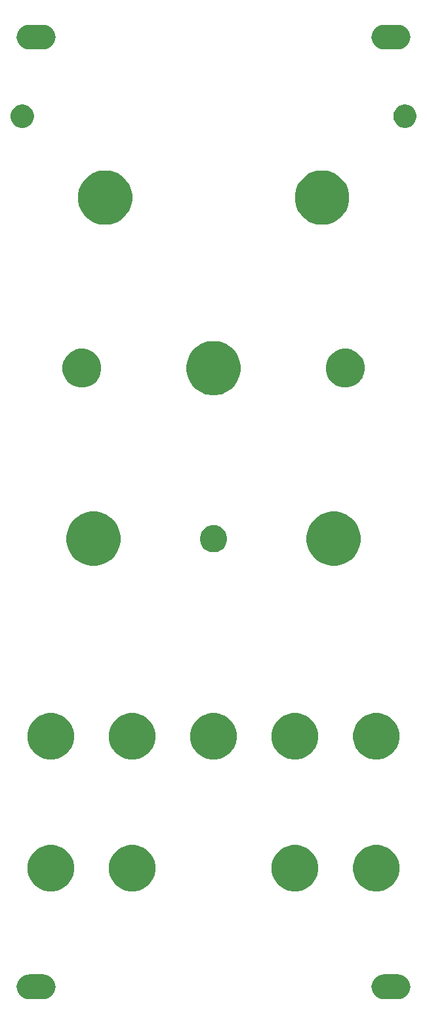
<source format=gbr>
G04 #@! TF.GenerationSoftware,KiCad,Pcbnew,(5.1.5)-3*
G04 #@! TF.CreationDate,2020-10-12T14:37:53+01:00*
G04 #@! TF.ProjectId,Retrospector_Panel,52657472-6f73-4706-9563-746f725f5061,rev?*
G04 #@! TF.SameCoordinates,Original*
G04 #@! TF.FileFunction,Soldermask,Top*
G04 #@! TF.FilePolarity,Negative*
%FSLAX46Y46*%
G04 Gerber Fmt 4.6, Leading zero omitted, Abs format (unit mm)*
G04 Created by KiCad (PCBNEW (5.1.5)-3) date 2020-10-12 14:37:53*
%MOMM*%
%LPD*%
G04 APERTURE LIST*
%ADD10C,0.100000*%
G04 APERTURE END LIST*
D10*
G36*
X108156950Y-164707717D02*
G01*
X108313655Y-164723151D01*
X108615256Y-164814641D01*
X108615258Y-164814642D01*
X108893213Y-164963211D01*
X109136845Y-165163155D01*
X109336789Y-165406787D01*
X109485358Y-165684742D01*
X109485359Y-165684744D01*
X109576849Y-165986345D01*
X109607741Y-166300000D01*
X109576849Y-166613655D01*
X109485359Y-166915256D01*
X109485358Y-166915258D01*
X109336789Y-167193213D01*
X109136845Y-167436845D01*
X108893213Y-167636789D01*
X108615258Y-167785358D01*
X108615256Y-167785359D01*
X108313655Y-167876849D01*
X108156950Y-167892283D01*
X108078598Y-167900000D01*
X106121402Y-167900000D01*
X106043050Y-167892283D01*
X105886345Y-167876849D01*
X105584744Y-167785359D01*
X105584742Y-167785358D01*
X105306787Y-167636789D01*
X105063155Y-167436845D01*
X104863211Y-167193213D01*
X104714642Y-166915258D01*
X104714641Y-166915256D01*
X104623151Y-166613655D01*
X104592259Y-166300000D01*
X104623151Y-165986345D01*
X104714641Y-165684744D01*
X104714642Y-165684742D01*
X104863211Y-165406787D01*
X105063155Y-165163155D01*
X105306787Y-164963211D01*
X105584742Y-164814642D01*
X105584744Y-164814641D01*
X105886345Y-164723151D01*
X106043050Y-164707717D01*
X106121402Y-164700000D01*
X108078598Y-164700000D01*
X108156950Y-164707717D01*
G37*
G36*
X153956950Y-164707717D02*
G01*
X154113655Y-164723151D01*
X154415256Y-164814641D01*
X154415258Y-164814642D01*
X154693213Y-164963211D01*
X154936845Y-165163155D01*
X155136789Y-165406787D01*
X155285358Y-165684742D01*
X155285359Y-165684744D01*
X155376849Y-165986345D01*
X155407741Y-166300000D01*
X155376849Y-166613655D01*
X155285359Y-166915256D01*
X155285358Y-166915258D01*
X155136789Y-167193213D01*
X154936845Y-167436845D01*
X154693213Y-167636789D01*
X154415258Y-167785358D01*
X154415256Y-167785359D01*
X154113655Y-167876849D01*
X153956950Y-167892283D01*
X153878598Y-167900000D01*
X151921402Y-167900000D01*
X151843050Y-167892283D01*
X151686345Y-167876849D01*
X151384744Y-167785359D01*
X151384742Y-167785358D01*
X151106787Y-167636789D01*
X150863155Y-167436845D01*
X150663211Y-167193213D01*
X150514642Y-166915258D01*
X150514641Y-166915256D01*
X150423151Y-166613655D01*
X150392259Y-166300000D01*
X150423151Y-165986345D01*
X150514641Y-165684744D01*
X150514642Y-165684742D01*
X150663211Y-165406787D01*
X150863155Y-165163155D01*
X151106787Y-164963211D01*
X151384742Y-164814642D01*
X151384744Y-164814641D01*
X151686345Y-164723151D01*
X151843050Y-164707717D01*
X151921402Y-164700000D01*
X153878598Y-164700000D01*
X153956950Y-164707717D01*
G37*
G36*
X120181870Y-148076859D02*
G01*
X120375068Y-148115288D01*
X120921033Y-148341434D01*
X121412389Y-148669748D01*
X121830252Y-149087611D01*
X122158566Y-149578967D01*
X122384712Y-150124932D01*
X122500000Y-150704526D01*
X122500000Y-151295474D01*
X122384712Y-151875068D01*
X122158566Y-152421033D01*
X121830252Y-152912389D01*
X121412389Y-153330252D01*
X120921033Y-153658566D01*
X120375068Y-153884712D01*
X120181870Y-153923141D01*
X119795476Y-154000000D01*
X119204524Y-154000000D01*
X118818130Y-153923141D01*
X118624932Y-153884712D01*
X118078967Y-153658566D01*
X117587611Y-153330252D01*
X117169748Y-152912389D01*
X116841434Y-152421033D01*
X116615288Y-151875068D01*
X116500000Y-151295474D01*
X116500000Y-150704526D01*
X116615288Y-150124932D01*
X116841434Y-149578967D01*
X117169748Y-149087611D01*
X117587611Y-148669748D01*
X118078967Y-148341434D01*
X118624932Y-148115288D01*
X118818130Y-148076859D01*
X119204524Y-148000000D01*
X119795476Y-148000000D01*
X120181870Y-148076859D01*
G37*
G36*
X109681870Y-148076859D02*
G01*
X109875068Y-148115288D01*
X110421033Y-148341434D01*
X110912389Y-148669748D01*
X111330252Y-149087611D01*
X111658566Y-149578967D01*
X111884712Y-150124932D01*
X112000000Y-150704526D01*
X112000000Y-151295474D01*
X111884712Y-151875068D01*
X111658566Y-152421033D01*
X111330252Y-152912389D01*
X110912389Y-153330252D01*
X110421033Y-153658566D01*
X109875068Y-153884712D01*
X109681870Y-153923141D01*
X109295476Y-154000000D01*
X108704524Y-154000000D01*
X108318130Y-153923141D01*
X108124932Y-153884712D01*
X107578967Y-153658566D01*
X107087611Y-153330252D01*
X106669748Y-152912389D01*
X106341434Y-152421033D01*
X106115288Y-151875068D01*
X106000000Y-151295474D01*
X106000000Y-150704526D01*
X106115288Y-150124932D01*
X106341434Y-149578967D01*
X106669748Y-149087611D01*
X107087611Y-148669748D01*
X107578967Y-148341434D01*
X108124932Y-148115288D01*
X108318130Y-148076859D01*
X108704524Y-148000000D01*
X109295476Y-148000000D01*
X109681870Y-148076859D01*
G37*
G36*
X141181870Y-148076859D02*
G01*
X141375068Y-148115288D01*
X141921033Y-148341434D01*
X142412389Y-148669748D01*
X142830252Y-149087611D01*
X143158566Y-149578967D01*
X143384712Y-150124932D01*
X143500000Y-150704526D01*
X143500000Y-151295474D01*
X143384712Y-151875068D01*
X143158566Y-152421033D01*
X142830252Y-152912389D01*
X142412389Y-153330252D01*
X141921033Y-153658566D01*
X141375068Y-153884712D01*
X141181870Y-153923141D01*
X140795476Y-154000000D01*
X140204524Y-154000000D01*
X139818130Y-153923141D01*
X139624932Y-153884712D01*
X139078967Y-153658566D01*
X138587611Y-153330252D01*
X138169748Y-152912389D01*
X137841434Y-152421033D01*
X137615288Y-151875068D01*
X137500000Y-151295474D01*
X137500000Y-150704526D01*
X137615288Y-150124932D01*
X137841434Y-149578967D01*
X138169748Y-149087611D01*
X138587611Y-148669748D01*
X139078967Y-148341434D01*
X139624932Y-148115288D01*
X139818130Y-148076859D01*
X140204524Y-148000000D01*
X140795476Y-148000000D01*
X141181870Y-148076859D01*
G37*
G36*
X151681870Y-148076859D02*
G01*
X151875068Y-148115288D01*
X152421033Y-148341434D01*
X152912389Y-148669748D01*
X153330252Y-149087611D01*
X153658566Y-149578967D01*
X153884712Y-150124932D01*
X154000000Y-150704526D01*
X154000000Y-151295474D01*
X153884712Y-151875068D01*
X153658566Y-152421033D01*
X153330252Y-152912389D01*
X152912389Y-153330252D01*
X152421033Y-153658566D01*
X151875068Y-153884712D01*
X151681870Y-153923141D01*
X151295476Y-154000000D01*
X150704524Y-154000000D01*
X150318130Y-153923141D01*
X150124932Y-153884712D01*
X149578967Y-153658566D01*
X149087611Y-153330252D01*
X148669748Y-152912389D01*
X148341434Y-152421033D01*
X148115288Y-151875068D01*
X148000000Y-151295474D01*
X148000000Y-150704526D01*
X148115288Y-150124932D01*
X148341434Y-149578967D01*
X148669748Y-149087611D01*
X149087611Y-148669748D01*
X149578967Y-148341434D01*
X150124932Y-148115288D01*
X150318130Y-148076859D01*
X150704524Y-148000000D01*
X151295476Y-148000000D01*
X151681870Y-148076859D01*
G37*
G36*
X109681870Y-131076859D02*
G01*
X109875068Y-131115288D01*
X110421033Y-131341434D01*
X110912389Y-131669748D01*
X111330252Y-132087611D01*
X111658566Y-132578967D01*
X111884712Y-133124932D01*
X112000000Y-133704526D01*
X112000000Y-134295474D01*
X111884712Y-134875068D01*
X111658566Y-135421033D01*
X111330252Y-135912389D01*
X110912389Y-136330252D01*
X110421033Y-136658566D01*
X109875068Y-136884712D01*
X109681870Y-136923141D01*
X109295476Y-137000000D01*
X108704524Y-137000000D01*
X108318130Y-136923141D01*
X108124932Y-136884712D01*
X107578967Y-136658566D01*
X107087611Y-136330252D01*
X106669748Y-135912389D01*
X106341434Y-135421033D01*
X106115288Y-134875068D01*
X106000000Y-134295474D01*
X106000000Y-133704526D01*
X106115288Y-133124932D01*
X106341434Y-132578967D01*
X106669748Y-132087611D01*
X107087611Y-131669748D01*
X107578967Y-131341434D01*
X108124932Y-131115288D01*
X108318130Y-131076859D01*
X108704524Y-131000000D01*
X109295476Y-131000000D01*
X109681870Y-131076859D01*
G37*
G36*
X120181870Y-131076859D02*
G01*
X120375068Y-131115288D01*
X120921033Y-131341434D01*
X121412389Y-131669748D01*
X121830252Y-132087611D01*
X122158566Y-132578967D01*
X122384712Y-133124932D01*
X122500000Y-133704526D01*
X122500000Y-134295474D01*
X122384712Y-134875068D01*
X122158566Y-135421033D01*
X121830252Y-135912389D01*
X121412389Y-136330252D01*
X120921033Y-136658566D01*
X120375068Y-136884712D01*
X120181870Y-136923141D01*
X119795476Y-137000000D01*
X119204524Y-137000000D01*
X118818130Y-136923141D01*
X118624932Y-136884712D01*
X118078967Y-136658566D01*
X117587611Y-136330252D01*
X117169748Y-135912389D01*
X116841434Y-135421033D01*
X116615288Y-134875068D01*
X116500000Y-134295474D01*
X116500000Y-133704526D01*
X116615288Y-133124932D01*
X116841434Y-132578967D01*
X117169748Y-132087611D01*
X117587611Y-131669748D01*
X118078967Y-131341434D01*
X118624932Y-131115288D01*
X118818130Y-131076859D01*
X119204524Y-131000000D01*
X119795476Y-131000000D01*
X120181870Y-131076859D01*
G37*
G36*
X130681870Y-131076859D02*
G01*
X130875068Y-131115288D01*
X131421033Y-131341434D01*
X131912389Y-131669748D01*
X132330252Y-132087611D01*
X132658566Y-132578967D01*
X132884712Y-133124932D01*
X133000000Y-133704526D01*
X133000000Y-134295474D01*
X132884712Y-134875068D01*
X132658566Y-135421033D01*
X132330252Y-135912389D01*
X131912389Y-136330252D01*
X131421033Y-136658566D01*
X130875068Y-136884712D01*
X130681870Y-136923141D01*
X130295476Y-137000000D01*
X129704524Y-137000000D01*
X129318130Y-136923141D01*
X129124932Y-136884712D01*
X128578967Y-136658566D01*
X128087611Y-136330252D01*
X127669748Y-135912389D01*
X127341434Y-135421033D01*
X127115288Y-134875068D01*
X127000000Y-134295474D01*
X127000000Y-133704526D01*
X127115288Y-133124932D01*
X127341434Y-132578967D01*
X127669748Y-132087611D01*
X128087611Y-131669748D01*
X128578967Y-131341434D01*
X129124932Y-131115288D01*
X129318130Y-131076859D01*
X129704524Y-131000000D01*
X130295476Y-131000000D01*
X130681870Y-131076859D01*
G37*
G36*
X141181870Y-131076859D02*
G01*
X141375068Y-131115288D01*
X141921033Y-131341434D01*
X142412389Y-131669748D01*
X142830252Y-132087611D01*
X143158566Y-132578967D01*
X143384712Y-133124932D01*
X143500000Y-133704526D01*
X143500000Y-134295474D01*
X143384712Y-134875068D01*
X143158566Y-135421033D01*
X142830252Y-135912389D01*
X142412389Y-136330252D01*
X141921033Y-136658566D01*
X141375068Y-136884712D01*
X141181870Y-136923141D01*
X140795476Y-137000000D01*
X140204524Y-137000000D01*
X139818130Y-136923141D01*
X139624932Y-136884712D01*
X139078967Y-136658566D01*
X138587611Y-136330252D01*
X138169748Y-135912389D01*
X137841434Y-135421033D01*
X137615288Y-134875068D01*
X137500000Y-134295474D01*
X137500000Y-133704526D01*
X137615288Y-133124932D01*
X137841434Y-132578967D01*
X138169748Y-132087611D01*
X138587611Y-131669748D01*
X139078967Y-131341434D01*
X139624932Y-131115288D01*
X139818130Y-131076859D01*
X140204524Y-131000000D01*
X140795476Y-131000000D01*
X141181870Y-131076859D01*
G37*
G36*
X151681870Y-131076859D02*
G01*
X151875068Y-131115288D01*
X152421033Y-131341434D01*
X152912389Y-131669748D01*
X153330252Y-132087611D01*
X153658566Y-132578967D01*
X153884712Y-133124932D01*
X154000000Y-133704526D01*
X154000000Y-134295474D01*
X153884712Y-134875068D01*
X153658566Y-135421033D01*
X153330252Y-135912389D01*
X152912389Y-136330252D01*
X152421033Y-136658566D01*
X151875068Y-136884712D01*
X151681870Y-136923141D01*
X151295476Y-137000000D01*
X150704524Y-137000000D01*
X150318130Y-136923141D01*
X150124932Y-136884712D01*
X149578967Y-136658566D01*
X149087611Y-136330252D01*
X148669748Y-135912389D01*
X148341434Y-135421033D01*
X148115288Y-134875068D01*
X148000000Y-134295474D01*
X148000000Y-133704526D01*
X148115288Y-133124932D01*
X148341434Y-132578967D01*
X148669748Y-132087611D01*
X149087611Y-131669748D01*
X149578967Y-131341434D01*
X150124932Y-131115288D01*
X150318130Y-131076859D01*
X150704524Y-131000000D01*
X151295476Y-131000000D01*
X151681870Y-131076859D01*
G37*
G36*
X115182816Y-105067251D02*
G01*
X115520912Y-105134503D01*
X116157872Y-105398340D01*
X116731120Y-105781372D01*
X117218628Y-106268880D01*
X117601660Y-106842128D01*
X117865497Y-107479088D01*
X118000000Y-108155280D01*
X118000000Y-108844720D01*
X117865497Y-109520912D01*
X117601660Y-110157872D01*
X117218628Y-110731120D01*
X116731120Y-111218628D01*
X116157872Y-111601660D01*
X115520912Y-111865497D01*
X115182816Y-111932748D01*
X114844721Y-112000000D01*
X114155279Y-112000000D01*
X113817184Y-111932748D01*
X113479088Y-111865497D01*
X112842128Y-111601660D01*
X112268880Y-111218628D01*
X111781372Y-110731120D01*
X111398340Y-110157872D01*
X111134503Y-109520912D01*
X111000000Y-108844720D01*
X111000000Y-108155280D01*
X111134503Y-107479088D01*
X111398340Y-106842128D01*
X111781372Y-106268880D01*
X112268880Y-105781372D01*
X112842128Y-105398340D01*
X113479088Y-105134503D01*
X113817184Y-105067251D01*
X114155279Y-105000000D01*
X114844721Y-105000000D01*
X115182816Y-105067251D01*
G37*
G36*
X146182816Y-105067251D02*
G01*
X146520912Y-105134503D01*
X147157872Y-105398340D01*
X147731120Y-105781372D01*
X148218628Y-106268880D01*
X148601660Y-106842128D01*
X148865497Y-107479088D01*
X149000000Y-108155280D01*
X149000000Y-108844720D01*
X148865497Y-109520912D01*
X148601660Y-110157872D01*
X148218628Y-110731120D01*
X147731120Y-111218628D01*
X147157872Y-111601660D01*
X146520912Y-111865497D01*
X146182816Y-111932748D01*
X145844721Y-112000000D01*
X145155279Y-112000000D01*
X144817184Y-111932748D01*
X144479088Y-111865497D01*
X143842128Y-111601660D01*
X143268880Y-111218628D01*
X142781372Y-110731120D01*
X142398340Y-110157872D01*
X142134503Y-109520912D01*
X142000000Y-108844720D01*
X142000000Y-108155280D01*
X142134503Y-107479088D01*
X142398340Y-106842128D01*
X142781372Y-106268880D01*
X143268880Y-105781372D01*
X143842128Y-105398340D01*
X144479088Y-105134503D01*
X144817184Y-105067251D01*
X145155279Y-105000000D01*
X145844721Y-105000000D01*
X146182816Y-105067251D01*
G37*
G36*
X130341408Y-106783626D02*
G01*
X130510456Y-106817251D01*
X130828936Y-106949170D01*
X131115560Y-107140686D01*
X131359314Y-107384440D01*
X131550830Y-107671064D01*
X131682749Y-107989544D01*
X131750000Y-108327640D01*
X131750000Y-108672360D01*
X131682749Y-109010456D01*
X131550830Y-109328936D01*
X131359314Y-109615560D01*
X131115560Y-109859314D01*
X130828936Y-110050830D01*
X130510456Y-110182749D01*
X130341408Y-110216374D01*
X130172361Y-110250000D01*
X129827639Y-110250000D01*
X129658592Y-110216374D01*
X129489544Y-110182749D01*
X129171064Y-110050830D01*
X128884440Y-109859314D01*
X128640686Y-109615560D01*
X128449170Y-109328936D01*
X128317251Y-109010456D01*
X128250000Y-108672360D01*
X128250000Y-108327640D01*
X128317251Y-107989544D01*
X128449170Y-107671064D01*
X128640686Y-107384440D01*
X128884440Y-107140686D01*
X129171064Y-106949170D01*
X129489544Y-106817251D01*
X129658592Y-106783626D01*
X129827639Y-106750000D01*
X130172361Y-106750000D01*
X130341408Y-106783626D01*
G37*
G36*
X130682816Y-83067251D02*
G01*
X131020912Y-83134503D01*
X131657872Y-83398340D01*
X132231120Y-83781372D01*
X132718628Y-84268880D01*
X133101660Y-84842128D01*
X133365497Y-85479088D01*
X133500000Y-86155280D01*
X133500000Y-86844720D01*
X133365497Y-87520912D01*
X133101660Y-88157872D01*
X132718628Y-88731120D01*
X132231120Y-89218628D01*
X131657872Y-89601660D01*
X131020912Y-89865497D01*
X130682816Y-89932749D01*
X130344721Y-90000000D01*
X129655279Y-90000000D01*
X129317184Y-89932748D01*
X128979088Y-89865497D01*
X128342128Y-89601660D01*
X127768880Y-89218628D01*
X127281372Y-88731120D01*
X126898340Y-88157872D01*
X126634503Y-87520912D01*
X126500000Y-86844720D01*
X126500000Y-86155280D01*
X126634503Y-85479088D01*
X126898340Y-84842128D01*
X127281372Y-84268880D01*
X127768880Y-83781372D01*
X128342128Y-83398340D01*
X128979088Y-83134503D01*
X129317184Y-83067251D01*
X129655279Y-83000000D01*
X130344721Y-83000000D01*
X130682816Y-83067251D01*
G37*
G36*
X113729222Y-84096073D02*
G01*
X114184192Y-84284528D01*
X114184194Y-84284529D01*
X114390315Y-84422255D01*
X114593656Y-84558123D01*
X114941877Y-84906344D01*
X115215472Y-85315808D01*
X115403927Y-85770778D01*
X115500000Y-86253770D01*
X115500000Y-86746230D01*
X115403927Y-87229222D01*
X115283105Y-87520911D01*
X115215471Y-87684194D01*
X114941876Y-88093657D01*
X114593657Y-88441876D01*
X114184194Y-88715471D01*
X114184193Y-88715472D01*
X114184192Y-88715472D01*
X113729222Y-88903927D01*
X113246230Y-89000000D01*
X112753770Y-89000000D01*
X112270778Y-88903927D01*
X111815808Y-88715472D01*
X111815807Y-88715472D01*
X111815806Y-88715471D01*
X111406343Y-88441876D01*
X111058124Y-88093657D01*
X110784529Y-87684194D01*
X110716895Y-87520911D01*
X110596073Y-87229222D01*
X110500000Y-86746230D01*
X110500000Y-86253770D01*
X110596073Y-85770778D01*
X110784528Y-85315808D01*
X111058123Y-84906344D01*
X111406344Y-84558123D01*
X111609685Y-84422255D01*
X111815806Y-84284529D01*
X111815808Y-84284528D01*
X112270778Y-84096073D01*
X112753770Y-84000000D01*
X113246230Y-84000000D01*
X113729222Y-84096073D01*
G37*
G36*
X147729222Y-84096073D02*
G01*
X148184192Y-84284528D01*
X148184194Y-84284529D01*
X148390315Y-84422255D01*
X148593656Y-84558123D01*
X148941877Y-84906344D01*
X149215472Y-85315808D01*
X149403927Y-85770778D01*
X149500000Y-86253770D01*
X149500000Y-86746230D01*
X149403927Y-87229222D01*
X149283105Y-87520911D01*
X149215471Y-87684194D01*
X148941876Y-88093657D01*
X148593657Y-88441876D01*
X148184194Y-88715471D01*
X148184193Y-88715472D01*
X148184192Y-88715472D01*
X147729222Y-88903927D01*
X147246230Y-89000000D01*
X146753770Y-89000000D01*
X146270778Y-88903927D01*
X145815808Y-88715472D01*
X145815807Y-88715472D01*
X145815806Y-88715471D01*
X145406343Y-88441876D01*
X145058124Y-88093657D01*
X144784529Y-87684194D01*
X144716895Y-87520911D01*
X144596073Y-87229222D01*
X144500000Y-86746230D01*
X144500000Y-86253770D01*
X144596073Y-85770778D01*
X144784528Y-85315808D01*
X145058123Y-84906344D01*
X145406344Y-84558123D01*
X145609685Y-84422255D01*
X145815806Y-84284529D01*
X145815808Y-84284528D01*
X146270778Y-84096073D01*
X146753770Y-84000000D01*
X147246230Y-84000000D01*
X147729222Y-84096073D01*
G37*
G36*
X144682816Y-61067251D02*
G01*
X145020912Y-61134503D01*
X145657872Y-61398340D01*
X146231120Y-61781372D01*
X146718628Y-62268880D01*
X147101660Y-62842128D01*
X147365497Y-63479088D01*
X147500000Y-64155280D01*
X147500000Y-64844720D01*
X147365497Y-65520912D01*
X147101660Y-66157872D01*
X146718628Y-66731120D01*
X146231120Y-67218628D01*
X145657872Y-67601660D01*
X145020912Y-67865497D01*
X144682816Y-67932749D01*
X144344721Y-68000000D01*
X143655279Y-68000000D01*
X143317184Y-67932749D01*
X142979088Y-67865497D01*
X142342128Y-67601660D01*
X141768880Y-67218628D01*
X141281372Y-66731120D01*
X140898340Y-66157872D01*
X140634503Y-65520912D01*
X140500000Y-64844720D01*
X140500000Y-64155280D01*
X140634503Y-63479088D01*
X140898340Y-62842128D01*
X141281372Y-62268880D01*
X141768880Y-61781372D01*
X142342128Y-61398340D01*
X142979088Y-61134503D01*
X143317184Y-61067251D01*
X143655279Y-61000000D01*
X144344721Y-61000000D01*
X144682816Y-61067251D01*
G37*
G36*
X116682816Y-61067251D02*
G01*
X117020912Y-61134503D01*
X117657872Y-61398340D01*
X118231120Y-61781372D01*
X118718628Y-62268880D01*
X119101660Y-62842128D01*
X119365497Y-63479088D01*
X119500000Y-64155280D01*
X119500000Y-64844720D01*
X119365497Y-65520912D01*
X119101660Y-66157872D01*
X118718628Y-66731120D01*
X118231120Y-67218628D01*
X117657872Y-67601660D01*
X117020912Y-67865497D01*
X116682816Y-67932749D01*
X116344721Y-68000000D01*
X115655279Y-68000000D01*
X115317184Y-67932749D01*
X114979088Y-67865497D01*
X114342128Y-67601660D01*
X113768880Y-67218628D01*
X113281372Y-66731120D01*
X112898340Y-66157872D01*
X112634503Y-65520912D01*
X112500000Y-64844720D01*
X112500000Y-64155280D01*
X112634503Y-63479088D01*
X112898340Y-62842128D01*
X113281372Y-62268880D01*
X113768880Y-61781372D01*
X114342128Y-61398340D01*
X114979088Y-61134503D01*
X115317184Y-61067251D01*
X115655279Y-61000000D01*
X116344721Y-61000000D01*
X116682816Y-61067251D01*
G37*
G36*
X155137534Y-52557643D02*
G01*
X155410515Y-52670716D01*
X155410517Y-52670717D01*
X155534190Y-52753353D01*
X155656193Y-52834873D01*
X155865127Y-53043807D01*
X156029284Y-53289485D01*
X156142357Y-53562466D01*
X156200000Y-53852262D01*
X156200000Y-54147738D01*
X156142357Y-54437534D01*
X156029284Y-54710515D01*
X156029283Y-54710517D01*
X155865126Y-54956194D01*
X155656194Y-55165126D01*
X155410517Y-55329283D01*
X155410516Y-55329284D01*
X155410515Y-55329284D01*
X155137534Y-55442357D01*
X154847738Y-55500000D01*
X154552262Y-55500000D01*
X154262466Y-55442357D01*
X153989485Y-55329284D01*
X153989484Y-55329284D01*
X153989483Y-55329283D01*
X153743806Y-55165126D01*
X153534874Y-54956194D01*
X153370717Y-54710517D01*
X153370716Y-54710515D01*
X153257643Y-54437534D01*
X153200000Y-54147738D01*
X153200000Y-53852262D01*
X153257643Y-53562466D01*
X153370716Y-53289485D01*
X153534873Y-53043807D01*
X153743807Y-52834873D01*
X153865810Y-52753353D01*
X153989483Y-52670717D01*
X153989485Y-52670716D01*
X154262466Y-52557643D01*
X154552262Y-52500000D01*
X154847738Y-52500000D01*
X155137534Y-52557643D01*
G37*
G36*
X105737534Y-52557643D02*
G01*
X106010515Y-52670716D01*
X106010517Y-52670717D01*
X106134190Y-52753353D01*
X106256193Y-52834873D01*
X106465127Y-53043807D01*
X106629284Y-53289485D01*
X106742357Y-53562466D01*
X106800000Y-53852262D01*
X106800000Y-54147738D01*
X106742357Y-54437534D01*
X106629284Y-54710515D01*
X106629283Y-54710517D01*
X106465126Y-54956194D01*
X106256194Y-55165126D01*
X106010517Y-55329283D01*
X106010516Y-55329284D01*
X106010515Y-55329284D01*
X105737534Y-55442357D01*
X105447738Y-55500000D01*
X105152262Y-55500000D01*
X104862466Y-55442357D01*
X104589485Y-55329284D01*
X104589484Y-55329284D01*
X104589483Y-55329283D01*
X104343806Y-55165126D01*
X104134874Y-54956194D01*
X103970717Y-54710517D01*
X103970716Y-54710515D01*
X103857643Y-54437534D01*
X103800000Y-54147738D01*
X103800000Y-53852262D01*
X103857643Y-53562466D01*
X103970716Y-53289485D01*
X104134873Y-53043807D01*
X104343807Y-52834873D01*
X104465810Y-52753353D01*
X104589483Y-52670717D01*
X104589485Y-52670716D01*
X104862466Y-52557643D01*
X105152262Y-52500000D01*
X105447738Y-52500000D01*
X105737534Y-52557643D01*
G37*
G36*
X153956950Y-42207717D02*
G01*
X154113655Y-42223151D01*
X154415256Y-42314641D01*
X154415258Y-42314642D01*
X154693213Y-42463211D01*
X154936845Y-42663155D01*
X155136789Y-42906787D01*
X155285358Y-43184742D01*
X155285359Y-43184744D01*
X155376849Y-43486345D01*
X155407741Y-43800000D01*
X155376849Y-44113655D01*
X155285359Y-44415256D01*
X155285358Y-44415258D01*
X155136789Y-44693213D01*
X154936845Y-44936845D01*
X154693213Y-45136789D01*
X154415258Y-45285358D01*
X154415256Y-45285359D01*
X154113655Y-45376849D01*
X153956950Y-45392283D01*
X153878598Y-45400000D01*
X151921402Y-45400000D01*
X151843050Y-45392283D01*
X151686345Y-45376849D01*
X151384744Y-45285359D01*
X151384742Y-45285358D01*
X151106787Y-45136789D01*
X150863155Y-44936845D01*
X150663211Y-44693213D01*
X150514642Y-44415258D01*
X150514641Y-44415256D01*
X150423151Y-44113655D01*
X150392259Y-43800000D01*
X150423151Y-43486345D01*
X150514641Y-43184744D01*
X150514642Y-43184742D01*
X150663211Y-42906787D01*
X150863155Y-42663155D01*
X151106787Y-42463211D01*
X151384742Y-42314642D01*
X151384744Y-42314641D01*
X151686345Y-42223151D01*
X151843050Y-42207717D01*
X151921402Y-42200000D01*
X153878598Y-42200000D01*
X153956950Y-42207717D01*
G37*
G36*
X108156950Y-42207717D02*
G01*
X108313655Y-42223151D01*
X108615256Y-42314641D01*
X108615258Y-42314642D01*
X108893213Y-42463211D01*
X109136845Y-42663155D01*
X109336789Y-42906787D01*
X109485358Y-43184742D01*
X109485359Y-43184744D01*
X109576849Y-43486345D01*
X109607741Y-43800000D01*
X109576849Y-44113655D01*
X109485359Y-44415256D01*
X109485358Y-44415258D01*
X109336789Y-44693213D01*
X109136845Y-44936845D01*
X108893213Y-45136789D01*
X108615258Y-45285358D01*
X108615256Y-45285359D01*
X108313655Y-45376849D01*
X108156950Y-45392283D01*
X108078598Y-45400000D01*
X106121402Y-45400000D01*
X106043050Y-45392283D01*
X105886345Y-45376849D01*
X105584744Y-45285359D01*
X105584742Y-45285358D01*
X105306787Y-45136789D01*
X105063155Y-44936845D01*
X104863211Y-44693213D01*
X104714642Y-44415258D01*
X104714641Y-44415256D01*
X104623151Y-44113655D01*
X104592259Y-43800000D01*
X104623151Y-43486345D01*
X104714641Y-43184744D01*
X104714642Y-43184742D01*
X104863211Y-42906787D01*
X105063155Y-42663155D01*
X105306787Y-42463211D01*
X105584742Y-42314642D01*
X105584744Y-42314641D01*
X105886345Y-42223151D01*
X106043050Y-42207717D01*
X106121402Y-42200000D01*
X108078598Y-42200000D01*
X108156950Y-42207717D01*
G37*
M02*

</source>
